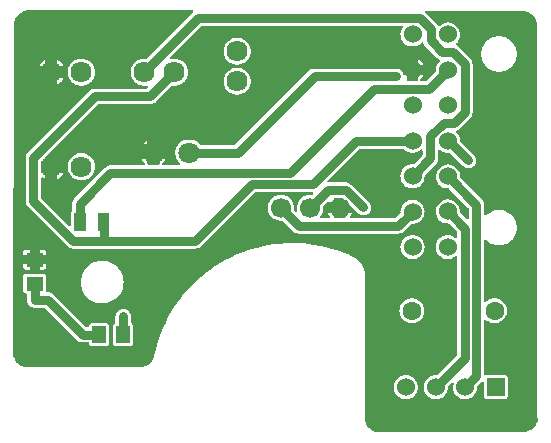
<source format=gtl>
G04 Layer: TopLayer*
G04 EasyEDA v6.4.19.5, 2021-04-26T22:05:49--7:00*
G04 3865de02122e4a29b7e4d10c01c85813,debd25b7e7f645e7808fdd9718494454,10*
G04 Gerber Generator version 0.2*
G04 Scale: 100 percent, Rotated: No, Reflected: No *
G04 Dimensions in millimeters *
G04 leading zeros omitted , absolute positions ,4 integer and 5 decimal *
%FSLAX45Y45*%
%MOMM*%

%ADD11C,0.8000*%
%ADD12C,0.6100*%
%ADD13R,1.4699X1.1600*%
%ADD16C,1.7000*%
%ADD17C,1.6000*%
%ADD18C,1.5240*%
%ADD20C,1.7880*%
%ADD21C,1.8000*%

%LPD*%
G36*
X6214973Y6368694D02*
G01*
X6211112Y6369507D01*
X6207810Y6371691D01*
X5975146Y6604355D01*
X5972962Y6607657D01*
X5972149Y6611518D01*
X5972149Y6771030D01*
X5972860Y6774789D01*
X5974943Y6777990D01*
X5977991Y6780225D01*
X5981700Y6781190D01*
X5985459Y6780682D01*
X5988812Y6778853D01*
X5990285Y6777634D01*
X6002477Y6769912D01*
X6006846Y6767830D01*
X6006846Y6819646D01*
X5982309Y6819646D01*
X5978448Y6820408D01*
X5975146Y6822643D01*
X5972962Y6825945D01*
X5972149Y6829806D01*
X5972149Y6911594D01*
X5972962Y6915454D01*
X5975146Y6918756D01*
X5978448Y6920992D01*
X5982309Y6921753D01*
X6006846Y6921753D01*
X6006846Y6948627D01*
X6007608Y6952538D01*
X6009843Y6955790D01*
X6452209Y7397953D01*
X6455460Y7400137D01*
X6459372Y7400950D01*
X6894677Y7400950D01*
X6905345Y7401763D01*
X6915353Y7404150D01*
X6924852Y7408113D01*
X6933641Y7413498D01*
X6941769Y7420457D01*
X7075322Y7553959D01*
X7077964Y7555890D01*
X7081113Y7556855D01*
X7099300Y7555788D01*
X7113727Y7556652D01*
X7127900Y7559395D01*
X7141667Y7563866D01*
X7154722Y7570012D01*
X7166914Y7577734D01*
X7178040Y7586929D01*
X7187946Y7597495D01*
X7196429Y7609179D01*
X7203389Y7621828D01*
X7208723Y7635240D01*
X7212279Y7649260D01*
X7214108Y7663586D01*
X7214108Y7678013D01*
X7212279Y7692339D01*
X7208723Y7706359D01*
X7203389Y7719771D01*
X7196429Y7732420D01*
X7187946Y7744104D01*
X7178040Y7754670D01*
X7166914Y7763865D01*
X7154722Y7771587D01*
X7141667Y7777734D01*
X7127900Y7782204D01*
X7113727Y7784947D01*
X7099300Y7785811D01*
X7084872Y7784947D01*
X7077049Y7783423D01*
X7072731Y7783525D01*
X7068921Y7785404D01*
X7066127Y7788656D01*
X7065009Y7792770D01*
X7065619Y7796987D01*
X7067956Y7800594D01*
X7328509Y8061147D01*
X7331811Y8063331D01*
X7335672Y8064144D01*
X9025229Y8064144D01*
X9029598Y8063128D01*
X9033103Y8060436D01*
X9035084Y8056473D01*
X9035237Y8052003D01*
X9033408Y8047939D01*
X9031071Y8044738D01*
X9024518Y8032800D01*
X9019641Y8020100D01*
X9016492Y8006892D01*
X9015120Y7993329D01*
X9015577Y7979765D01*
X9017863Y7966354D01*
X9021876Y7953349D01*
X9027617Y7941005D01*
X9034932Y7929524D01*
X9043720Y7919161D01*
X9053779Y7910017D01*
X9065006Y7902295D01*
X9077147Y7896199D01*
X9089999Y7891729D01*
X9103309Y7889036D01*
X9116923Y7888122D01*
X9130487Y7889036D01*
X9143796Y7891729D01*
X9156649Y7896199D01*
X9168790Y7902295D01*
X9180017Y7910017D01*
X9190075Y7919161D01*
X9191142Y7920329D01*
X9194393Y7922920D01*
X9198356Y7923936D01*
X9202470Y7923326D01*
X9205925Y7921091D01*
X9208262Y7917688D01*
X9211767Y7909255D01*
X9217152Y7900466D01*
X9224111Y7892338D01*
X9322612Y7793837D01*
X9330740Y7786878D01*
X9339529Y7781493D01*
X9343288Y7779918D01*
X9346539Y7777734D01*
X9348724Y7774482D01*
X9349536Y7770672D01*
X9348825Y7766761D01*
X9346692Y7763509D01*
X9339122Y7755686D01*
X9331045Y7744714D01*
X9324543Y7732775D01*
X9319615Y7720126D01*
X9316466Y7706868D01*
X9315145Y7693355D01*
X9315399Y7685836D01*
X9314688Y7681772D01*
X9312402Y7678318D01*
X9229750Y7595666D01*
X9226448Y7593482D01*
X9222587Y7592669D01*
X9187230Y7592669D01*
X9183268Y7593482D01*
X9179915Y7595768D01*
X9177731Y7599222D01*
X9177070Y7603185D01*
X9178036Y7607147D01*
X9180423Y7610398D01*
X9190075Y7619136D01*
X9198864Y7629550D01*
X9206179Y7640980D01*
X9208262Y7645501D01*
X9161373Y7645501D01*
X9161373Y7602829D01*
X9160560Y7598968D01*
X9158376Y7595666D01*
X9155074Y7593482D01*
X9151213Y7592669D01*
X9082633Y7592669D01*
X9078722Y7593482D01*
X9075420Y7595666D01*
X9073235Y7598968D01*
X9072473Y7602829D01*
X9072473Y7645501D01*
X9049004Y7645501D01*
X9044635Y7646466D01*
X9041079Y7649260D01*
X9039098Y7653274D01*
X9037015Y7662113D01*
X9033052Y7671612D01*
X9027668Y7680401D01*
X9020962Y7688224D01*
X9013139Y7694930D01*
X9004350Y7700314D01*
X8994851Y7704277D01*
X8984843Y7706664D01*
X8974175Y7707477D01*
X8290712Y7707477D01*
X8280044Y7706664D01*
X8270036Y7704277D01*
X8260537Y7700314D01*
X8251748Y7694930D01*
X8243620Y7687970D01*
X7612532Y7056932D01*
X7609230Y7054748D01*
X7605369Y7053935D01*
X7324039Y7053935D01*
X7319721Y7054900D01*
X7316216Y7057644D01*
X7308189Y7067346D01*
X7297623Y7077303D01*
X7285837Y7085838D01*
X7273137Y7092848D01*
X7259624Y7098182D01*
X7245553Y7101789D01*
X7231176Y7103618D01*
X7216648Y7103618D01*
X7202220Y7101789D01*
X7188149Y7098182D01*
X7174687Y7092848D01*
X7161936Y7085838D01*
X7150201Y7077303D01*
X7139584Y7067346D01*
X7130338Y7056170D01*
X7122566Y7043928D01*
X7116368Y7030770D01*
X7111898Y7016953D01*
X7109155Y7002678D01*
X7108240Y6988200D01*
X7109155Y6973722D01*
X7111898Y6959447D01*
X7116368Y6945630D01*
X7122566Y6932472D01*
X7130338Y6920230D01*
X7139584Y6909053D01*
X7148880Y6900316D01*
X7151217Y6897065D01*
X7152081Y6893153D01*
X7151370Y6889191D01*
X7149185Y6885787D01*
X7145883Y6883552D01*
X7141921Y6882739D01*
X7005878Y6882739D01*
X7001916Y6883552D01*
X6998614Y6885787D01*
X6996430Y6889191D01*
X6995718Y6893153D01*
X6996582Y6897065D01*
X6998919Y6900316D01*
X7008215Y6909053D01*
X7017461Y6920230D01*
X7025233Y6932472D01*
X7027265Y6936841D01*
X6975246Y6936841D01*
X6975246Y6892899D01*
X6974484Y6889038D01*
X6972249Y6885736D01*
X6968998Y6883552D01*
X6965086Y6882739D01*
X6882688Y6882739D01*
X6878828Y6883552D01*
X6875525Y6885736D01*
X6873341Y6889038D01*
X6872528Y6892899D01*
X6872528Y6936841D01*
X6820509Y6936841D01*
X6822592Y6932472D01*
X6830364Y6920230D01*
X6839610Y6909053D01*
X6848906Y6900316D01*
X6851192Y6897065D01*
X6852107Y6893153D01*
X6851396Y6889191D01*
X6849211Y6885787D01*
X6845858Y6883552D01*
X6841947Y6882739D01*
X6559956Y6882739D01*
X6549288Y6881926D01*
X6539280Y6879539D01*
X6529781Y6875576D01*
X6520992Y6870192D01*
X6512864Y6863232D01*
X6254597Y6604965D01*
X6247638Y6596837D01*
X6242253Y6588048D01*
X6238290Y6578549D01*
X6235903Y6568541D01*
X6235090Y6557873D01*
X6235090Y6502755D01*
X6234277Y6498844D01*
X6232093Y6495542D01*
X6230772Y6494272D01*
X6227724Y6489395D01*
X6225844Y6484010D01*
X6225133Y6477711D01*
X6225133Y6378854D01*
X6224371Y6374993D01*
X6222187Y6371691D01*
X6218885Y6369507D01*
G37*

%LPC*%
G36*
X6311900Y6755688D02*
G01*
X6326327Y6756552D01*
X6340500Y6759295D01*
X6354267Y6763766D01*
X6367322Y6769912D01*
X6379514Y6777634D01*
X6390640Y6786829D01*
X6400546Y6797395D01*
X6409029Y6809079D01*
X6415989Y6821728D01*
X6421323Y6835140D01*
X6424879Y6849160D01*
X6426708Y6863486D01*
X6426708Y6877913D01*
X6424879Y6892239D01*
X6421323Y6906259D01*
X6415989Y6919671D01*
X6409029Y6932320D01*
X6400546Y6944004D01*
X6390640Y6954570D01*
X6379514Y6963765D01*
X6367322Y6971487D01*
X6354267Y6977634D01*
X6340500Y6982104D01*
X6326327Y6984847D01*
X6311900Y6985711D01*
X6297472Y6984847D01*
X6283299Y6982104D01*
X6269532Y6977634D01*
X6256477Y6971487D01*
X6244285Y6963765D01*
X6233160Y6954570D01*
X6223254Y6944004D01*
X6214770Y6932320D01*
X6207810Y6919671D01*
X6202476Y6906259D01*
X6198920Y6892239D01*
X6197092Y6877913D01*
X6197092Y6863486D01*
X6198920Y6849160D01*
X6202476Y6835140D01*
X6207810Y6821728D01*
X6214770Y6809079D01*
X6223254Y6797395D01*
X6233160Y6786829D01*
X6244285Y6777634D01*
X6256477Y6769912D01*
X6269532Y6763766D01*
X6283299Y6759295D01*
X6297472Y6756552D01*
G37*
G36*
X6108954Y6767830D02*
G01*
X6113322Y6769912D01*
X6125514Y6777634D01*
X6136640Y6786829D01*
X6146546Y6797395D01*
X6155029Y6809079D01*
X6160871Y6819646D01*
X6108954Y6819646D01*
G37*
G36*
X6108954Y6921753D02*
G01*
X6160871Y6921753D01*
X6155029Y6932320D01*
X6146546Y6944004D01*
X6136640Y6954570D01*
X6125514Y6963765D01*
X6113322Y6971487D01*
X6108954Y6973570D01*
G37*
G36*
X6975246Y7039559D02*
G01*
X7027265Y7039559D01*
X7025233Y7043928D01*
X7017461Y7056170D01*
X7008215Y7067346D01*
X6997598Y7077303D01*
X6985863Y7085838D01*
X6975246Y7091680D01*
G37*
G36*
X6820509Y7039559D02*
G01*
X6872528Y7039559D01*
X6872528Y7091680D01*
X6861962Y7085838D01*
X6850176Y7077303D01*
X6839610Y7067346D01*
X6830364Y7056170D01*
X6822592Y7043928D01*
G37*
G36*
X7625486Y7479792D02*
G01*
X7639913Y7479792D01*
X7654239Y7481620D01*
X7668259Y7485176D01*
X7681671Y7490510D01*
X7694320Y7497470D01*
X7706004Y7505953D01*
X7716570Y7515859D01*
X7725765Y7526985D01*
X7733487Y7539177D01*
X7739634Y7552232D01*
X7744104Y7565999D01*
X7746847Y7580172D01*
X7747711Y7594600D01*
X7746847Y7609027D01*
X7744104Y7623200D01*
X7739634Y7636967D01*
X7733487Y7650022D01*
X7725765Y7662214D01*
X7716570Y7673340D01*
X7706004Y7683246D01*
X7694320Y7691729D01*
X7681671Y7698689D01*
X7668259Y7704023D01*
X7654239Y7707579D01*
X7639913Y7709408D01*
X7625486Y7709408D01*
X7611160Y7707579D01*
X7597140Y7704023D01*
X7583728Y7698689D01*
X7571079Y7691729D01*
X7559395Y7683246D01*
X7548829Y7673340D01*
X7539634Y7662214D01*
X7531912Y7650022D01*
X7525766Y7636967D01*
X7521295Y7623200D01*
X7518552Y7609027D01*
X7517688Y7594600D01*
X7518552Y7580172D01*
X7521295Y7565999D01*
X7525766Y7552232D01*
X7531912Y7539177D01*
X7539634Y7526985D01*
X7548829Y7515859D01*
X7559395Y7505953D01*
X7571079Y7497470D01*
X7583728Y7490510D01*
X7597140Y7485176D01*
X7611160Y7481620D01*
G37*
G36*
X7625486Y7733792D02*
G01*
X7639913Y7733792D01*
X7654239Y7735620D01*
X7668259Y7739176D01*
X7681671Y7744510D01*
X7694320Y7751470D01*
X7706004Y7759953D01*
X7716570Y7769859D01*
X7725765Y7780985D01*
X7733487Y7793177D01*
X7739634Y7806232D01*
X7744104Y7819999D01*
X7746847Y7834172D01*
X7747711Y7848600D01*
X7746847Y7863027D01*
X7744104Y7877200D01*
X7739634Y7890967D01*
X7733487Y7904022D01*
X7725765Y7916214D01*
X7716570Y7927340D01*
X7706004Y7937246D01*
X7694320Y7945729D01*
X7681671Y7952689D01*
X7668259Y7958023D01*
X7654239Y7961579D01*
X7639913Y7963408D01*
X7625486Y7963408D01*
X7611160Y7961579D01*
X7597140Y7958023D01*
X7583728Y7952689D01*
X7571079Y7945729D01*
X7559395Y7937246D01*
X7548829Y7927340D01*
X7539634Y7916214D01*
X7531912Y7904022D01*
X7525766Y7890967D01*
X7521295Y7877200D01*
X7518552Y7863027D01*
X7517688Y7848600D01*
X7518552Y7834172D01*
X7521295Y7819999D01*
X7525766Y7806232D01*
X7531912Y7793177D01*
X7539634Y7780985D01*
X7548829Y7769859D01*
X7559395Y7759953D01*
X7571079Y7751470D01*
X7583728Y7744510D01*
X7597140Y7739176D01*
X7611160Y7735620D01*
G37*
G36*
X9161373Y7734401D02*
G01*
X9208414Y7734401D01*
X9202724Y7744714D01*
X9194647Y7755686D01*
X9185198Y7765440D01*
X9174530Y7773873D01*
X9162846Y7780832D01*
X9161373Y7781442D01*
G37*
G36*
X9025382Y7734401D02*
G01*
X9072473Y7734401D01*
X9072473Y7781442D01*
X9070949Y7780832D01*
X9059265Y7773873D01*
X9048597Y7765440D01*
X9039148Y7755686D01*
X9031071Y7744714D01*
G37*

%LPD*%
G36*
X8840165Y4620310D02*
G01*
X8824772Y4621225D01*
X8811006Y4623612D01*
X8797645Y4627524D01*
X8784793Y4632909D01*
X8772652Y4639716D01*
X8761323Y4647844D01*
X8750960Y4657191D01*
X8741714Y4667605D01*
X8733688Y4678984D01*
X8727033Y4691227D01*
X8721750Y4704130D01*
X8717940Y4717542D01*
X8715654Y4731308D01*
X8714892Y4745634D01*
X8714892Y5948273D01*
X8713927Y5966663D01*
X8710777Y5986119D01*
X8710015Y5989370D01*
X8705494Y6005118D01*
X8704376Y6008268D01*
X8698077Y6023457D01*
X8696604Y6026454D01*
X8688679Y6040780D01*
X8686901Y6043625D01*
X8677351Y6056985D01*
X8675268Y6059576D01*
X8664295Y6071819D01*
X8661958Y6074156D01*
X8649716Y6085078D01*
X8647074Y6087160D01*
X8633663Y6096609D01*
X8630869Y6098387D01*
X8614359Y6107328D01*
X8569655Y6127546D01*
X8524036Y6145987D01*
X8477707Y6162497D01*
X8430768Y6177076D01*
X8383270Y6189726D01*
X8335264Y6200394D01*
X8286851Y6209080D01*
X8238134Y6215735D01*
X8189214Y6220409D01*
X8140090Y6223101D01*
X8090916Y6223711D01*
X8041792Y6222339D01*
X7992719Y6218936D01*
X7943850Y6213500D01*
X7895234Y6206032D01*
X7846974Y6196584D01*
X7799171Y6185204D01*
X7751876Y6171793D01*
X7705140Y6156502D01*
X7659065Y6139281D01*
X7613751Y6120180D01*
X7569301Y6099200D01*
X7525715Y6076442D01*
X7483094Y6051905D01*
X7441539Y6025642D01*
X7401102Y5997651D01*
X7361834Y5968034D01*
X7323836Y5936843D01*
X7287158Y5904077D01*
X7251852Y5869889D01*
X7217968Y5834227D01*
X7185609Y5797194D01*
X7154824Y5758891D01*
X7125563Y5719368D01*
X7098030Y5678627D01*
X7072172Y5636818D01*
X7048042Y5593943D01*
X7025741Y5550154D01*
X7005218Y5505450D01*
X6986574Y5459984D01*
X6969810Y5413756D01*
X6954977Y5366867D01*
X6942074Y5319420D01*
X6931406Y5272836D01*
X6927342Y5257850D01*
X6922109Y5244744D01*
X6915403Y5232298D01*
X6907326Y5220665D01*
X6897979Y5210048D01*
X6887514Y5200548D01*
X6875983Y5192318D01*
X6863638Y5185410D01*
X6850583Y5180025D01*
X6836968Y5176113D01*
X6823049Y5173726D01*
X6808520Y5172913D01*
X5860694Y5172913D01*
X5845200Y5173878D01*
X5831484Y5176266D01*
X5818124Y5180177D01*
X5805271Y5185562D01*
X5793079Y5192369D01*
X5781751Y5200497D01*
X5771438Y5209794D01*
X5762193Y5220258D01*
X5754166Y5231638D01*
X5747461Y5243880D01*
X5742228Y5256784D01*
X5738418Y5270195D01*
X5736132Y5283911D01*
X5735370Y5298236D01*
X5740654Y8060232D01*
X5741822Y8068462D01*
X5742787Y8083803D01*
X5745175Y8097520D01*
X5749086Y8110931D01*
X5754471Y8123783D01*
X5761278Y8135924D01*
X5769406Y8147253D01*
X5778703Y8157616D01*
X5789168Y8166862D01*
X5800547Y8174837D01*
X5812790Y8181543D01*
X5825693Y8186826D01*
X5839104Y8190636D01*
X5852871Y8192871D01*
X5867349Y8193684D01*
X5875782Y8194852D01*
X7250938Y8193735D01*
X7254900Y8192922D01*
X7258253Y8190585D01*
X7260437Y8187131D01*
X7261047Y8183118D01*
X7260081Y8179155D01*
X7257592Y8175904D01*
X6869277Y7787640D01*
X6866636Y7785709D01*
X6863486Y7784744D01*
X6845300Y7785811D01*
X6830872Y7784947D01*
X6816699Y7782204D01*
X6802932Y7777734D01*
X6789877Y7771587D01*
X6777685Y7763865D01*
X6766559Y7754670D01*
X6756653Y7744104D01*
X6748170Y7732420D01*
X6741210Y7719771D01*
X6735876Y7706359D01*
X6732320Y7692339D01*
X6730492Y7678013D01*
X6730492Y7663586D01*
X6732320Y7649260D01*
X6735876Y7635240D01*
X6741210Y7621828D01*
X6748170Y7609179D01*
X6756653Y7597495D01*
X6766559Y7586929D01*
X6777685Y7577734D01*
X6789877Y7570012D01*
X6802932Y7563866D01*
X6816699Y7559395D01*
X6830872Y7556652D01*
X6845300Y7555788D01*
X6859727Y7556652D01*
X6867550Y7558176D01*
X6871868Y7558074D01*
X6875678Y7556195D01*
X6878472Y7552944D01*
X6879590Y7548829D01*
X6878980Y7544612D01*
X6876643Y7541006D01*
X6870852Y7535214D01*
X6867550Y7533030D01*
X6863689Y7532217D01*
X6428384Y7532217D01*
X6417716Y7531404D01*
X6407708Y7529017D01*
X6398209Y7525054D01*
X6389420Y7519670D01*
X6381292Y7512761D01*
X5860389Y6992112D01*
X5853430Y6983984D01*
X5848045Y6975195D01*
X5844133Y6965645D01*
X5841695Y6955637D01*
X5840882Y6944969D01*
X5840882Y6580530D01*
X5841695Y6569862D01*
X5844082Y6559854D01*
X5848045Y6550355D01*
X5853430Y6541566D01*
X5860389Y6533438D01*
X6196888Y6196939D01*
X6205016Y6189980D01*
X6213805Y6184595D01*
X6223304Y6180632D01*
X6233312Y6178245D01*
X6243980Y6177432D01*
X7278725Y6177432D01*
X7289393Y6178245D01*
X7299401Y6180632D01*
X7308900Y6184595D01*
X7317689Y6189980D01*
X7325817Y6196939D01*
X7780883Y6652209D01*
X7784185Y6654393D01*
X7788046Y6655206D01*
X8265261Y6655206D01*
X8269173Y6654393D01*
X8272424Y6652209D01*
X8274659Y6648907D01*
X8275421Y6645046D01*
X8274659Y6641134D01*
X8272424Y6637832D01*
X8271154Y6636562D01*
X8267547Y6634225D01*
X8263331Y6633565D01*
X8251190Y6634378D01*
X8237067Y6633464D01*
X8223148Y6630771D01*
X8209686Y6626301D01*
X8196884Y6620154D01*
X8184997Y6612381D01*
X8174228Y6603187D01*
X8164677Y6592722D01*
X8156600Y6581089D01*
X8150047Y6568541D01*
X8145119Y6555231D01*
X8141970Y6541414D01*
X8140598Y6527292D01*
X8141055Y6513118D01*
X8143036Y6500774D01*
X8142833Y6496558D01*
X8140953Y6492798D01*
X8137652Y6490157D01*
X8133588Y6489039D01*
X8129371Y6489700D01*
X8125866Y6491986D01*
X8114131Y6503720D01*
X8112252Y6506311D01*
X8111286Y6509308D01*
X8111845Y6527292D01*
X8110474Y6541414D01*
X8107324Y6555231D01*
X8102396Y6568541D01*
X8095843Y6581089D01*
X8087766Y6592722D01*
X8078216Y6603187D01*
X8067446Y6612381D01*
X8055559Y6620154D01*
X8042757Y6626301D01*
X8029295Y6630771D01*
X8015376Y6633464D01*
X8001253Y6634378D01*
X7987131Y6633464D01*
X7973212Y6630771D01*
X7959750Y6626301D01*
X7946948Y6620154D01*
X7935061Y6612381D01*
X7924292Y6603187D01*
X7914741Y6592722D01*
X7906664Y6581089D01*
X7900111Y6568541D01*
X7895183Y6555231D01*
X7892034Y6541414D01*
X7890662Y6527292D01*
X7891119Y6513118D01*
X7893405Y6499098D01*
X7897418Y6485534D01*
X7903159Y6472580D01*
X7910525Y6460439D01*
X7919364Y6449364D01*
X7929524Y6439509D01*
X7940903Y6431026D01*
X7953248Y6424066D01*
X7966405Y6418732D01*
X7980121Y6415125D01*
X7994142Y6413347D01*
X8008366Y6413347D01*
X8012684Y6413906D01*
X8015731Y6413804D01*
X8018678Y6412839D01*
X8021167Y6411010D01*
X8108238Y6323939D01*
X8116366Y6316980D01*
X8125155Y6311595D01*
X8134654Y6307632D01*
X8144662Y6305245D01*
X8155330Y6304432D01*
X8996781Y6304432D01*
X9007449Y6305245D01*
X9017457Y6307632D01*
X9026956Y6311595D01*
X9035745Y6316980D01*
X9043873Y6323939D01*
X9105239Y6385407D01*
X9108846Y6387744D01*
X9113113Y6388354D01*
X9116923Y6388100D01*
X9130487Y6389014D01*
X9143796Y6391706D01*
X9156649Y6396177D01*
X9168790Y6402324D01*
X9180017Y6409994D01*
X9190075Y6419138D01*
X9198864Y6429552D01*
X9206179Y6440982D01*
X9211919Y6453327D01*
X9215932Y6466332D01*
X9218218Y6479743D01*
X9218676Y6493357D01*
X9217304Y6506870D01*
X9214154Y6520078D01*
X9209278Y6532778D01*
X9202724Y6544716D01*
X9194647Y6555689D01*
X9185198Y6565442D01*
X9174530Y6573875D01*
X9162846Y6580835D01*
X9150299Y6586118D01*
X9137192Y6589725D01*
X9123680Y6591553D01*
X9110116Y6591553D01*
X9096603Y6589725D01*
X9083497Y6586118D01*
X9070949Y6580835D01*
X9059265Y6573875D01*
X9048597Y6565442D01*
X9039148Y6555689D01*
X9031071Y6544716D01*
X9024518Y6532778D01*
X9019641Y6520078D01*
X9016492Y6506870D01*
X9015120Y6493357D01*
X9015374Y6485788D01*
X9014663Y6481724D01*
X9012428Y6478270D01*
X8972905Y6438696D01*
X8969654Y6436512D01*
X8965742Y6435699D01*
X8593480Y6435699D01*
X8589772Y6436410D01*
X8586571Y6438442D01*
X8584336Y6441490D01*
X8583371Y6445097D01*
X8583777Y6448856D01*
X8585555Y6452209D01*
X8592108Y6460439D01*
X8599474Y6472580D01*
X8600490Y6474866D01*
X8550249Y6474866D01*
X8550249Y6445859D01*
X8549436Y6441998D01*
X8547252Y6438696D01*
X8543950Y6436512D01*
X8540089Y6435699D01*
X8462670Y6435699D01*
X8458809Y6436512D01*
X8455507Y6438696D01*
X8453323Y6441998D01*
X8452510Y6445859D01*
X8452510Y6474866D01*
X8402269Y6474866D01*
X8403285Y6472580D01*
X8410651Y6460439D01*
X8417204Y6452209D01*
X8418982Y6448856D01*
X8419388Y6445097D01*
X8418423Y6441490D01*
X8416188Y6438442D01*
X8412988Y6436410D01*
X8409279Y6435699D01*
X8343290Y6435699D01*
X8339581Y6436410D01*
X8336381Y6438442D01*
X8334146Y6441490D01*
X8333181Y6445097D01*
X8333587Y6448856D01*
X8335365Y6452209D01*
X8341918Y6460439D01*
X8349284Y6472580D01*
X8355025Y6485534D01*
X8359038Y6499098D01*
X8361324Y6513118D01*
X8361781Y6527292D01*
X8360968Y6535420D01*
X8361527Y6539839D01*
X8363915Y6543598D01*
X8389924Y6569608D01*
X8393226Y6571792D01*
X8397087Y6572605D01*
X8452510Y6572605D01*
X8452510Y6596786D01*
X8453323Y6600647D01*
X8455507Y6603949D01*
X8458809Y6606133D01*
X8462670Y6606946D01*
X8521547Y6606946D01*
X8525408Y6606133D01*
X8528710Y6603949D01*
X8547252Y6585407D01*
X8549436Y6582105D01*
X8550249Y6578244D01*
X8550249Y6572605D01*
X8555888Y6572605D01*
X8559749Y6571792D01*
X8563051Y6569608D01*
X8653576Y6479133D01*
X8661704Y6472174D01*
X8670493Y6466789D01*
X8679992Y6462826D01*
X8690000Y6460439D01*
X8700262Y6459626D01*
X8710523Y6460439D01*
X8720531Y6462826D01*
X8730030Y6466789D01*
X8738819Y6472174D01*
X8746642Y6478879D01*
X8753348Y6486702D01*
X8758732Y6495491D01*
X8762695Y6504990D01*
X8765082Y6514998D01*
X8765895Y6525259D01*
X8765082Y6535521D01*
X8762695Y6545529D01*
X8758732Y6555028D01*
X8753348Y6563817D01*
X8746388Y6571945D01*
X8599627Y6718706D01*
X8591499Y6725666D01*
X8582710Y6731050D01*
X8573211Y6735013D01*
X8563203Y6737400D01*
X8552535Y6738213D01*
X8406841Y6738213D01*
X8402980Y6739026D01*
X8399678Y6741210D01*
X8397443Y6744512D01*
X8396681Y6748373D01*
X8397443Y6752285D01*
X8399678Y6755587D01*
X8665565Y7021271D01*
X8668816Y7023455D01*
X8672728Y7024268D01*
X9034678Y7024268D01*
X9038945Y7023303D01*
X9042450Y7020661D01*
X9043720Y7019137D01*
X9053779Y7009993D01*
X9065006Y7002322D01*
X9077147Y6996175D01*
X9089999Y6991705D01*
X9103309Y6989013D01*
X9116923Y6988098D01*
X9130487Y6989013D01*
X9143796Y6991705D01*
X9156649Y6996175D01*
X9168790Y7002322D01*
X9180017Y7009993D01*
X9184792Y7014362D01*
X9188145Y7016343D01*
X9191955Y7017003D01*
X9195765Y7016089D01*
X9198914Y7013905D01*
X9201048Y7010653D01*
X9201810Y7006844D01*
X9201810Y6971741D01*
X9200997Y6967829D01*
X9198813Y6964527D01*
X9128658Y6894525D01*
X9125356Y6892290D01*
X9121495Y6891528D01*
X9110116Y6891528D01*
X9096603Y6889750D01*
X9083497Y6886143D01*
X9070949Y6880809D01*
X9059265Y6873900D01*
X9048597Y6865467D01*
X9039148Y6855663D01*
X9031071Y6844741D01*
X9024518Y6832803D01*
X9019641Y6820103D01*
X9016492Y6806895D01*
X9015120Y6793331D01*
X9015577Y6779768D01*
X9017863Y6766306D01*
X9021876Y6753352D01*
X9027617Y6741007D01*
X9034932Y6729526D01*
X9043720Y6719163D01*
X9053779Y6710019D01*
X9065006Y6702298D01*
X9077147Y6696202D01*
X9089999Y6691731D01*
X9103309Y6688988D01*
X9116923Y6688124D01*
X9130487Y6688988D01*
X9143796Y6691731D01*
X9156649Y6696202D01*
X9168790Y6702298D01*
X9180017Y6710019D01*
X9190075Y6719163D01*
X9198864Y6729526D01*
X9206179Y6741007D01*
X9211919Y6753352D01*
X9215932Y6766306D01*
X9218218Y6779768D01*
X9218676Y6793534D01*
X9219184Y6797954D01*
X9221571Y6801764D01*
X9313570Y6893559D01*
X9320479Y6901688D01*
X9325864Y6910476D01*
X9329826Y6919975D01*
X9332264Y6929983D01*
X9333077Y6940651D01*
X9333077Y7005523D01*
X9333839Y7009333D01*
X9335973Y7012584D01*
X9339122Y7014819D01*
X9342932Y7015683D01*
X9346742Y7015073D01*
X9350095Y7013041D01*
X9354718Y7008825D01*
X9365945Y7001154D01*
X9378086Y6995007D01*
X9390938Y6990537D01*
X9404248Y6987844D01*
X9417812Y6986930D01*
X9429597Y6987743D01*
X9433864Y6987082D01*
X9437471Y6984746D01*
X9543338Y6878929D01*
X9551466Y6871970D01*
X9560255Y6866585D01*
X9569754Y6862622D01*
X9579762Y6860235D01*
X9590024Y6859422D01*
X9600285Y6860235D01*
X9610293Y6862622D01*
X9619792Y6866585D01*
X9628581Y6871970D01*
X9636404Y6878675D01*
X9643110Y6886498D01*
X9648494Y6895287D01*
X9652457Y6904786D01*
X9654844Y6914794D01*
X9655657Y6925056D01*
X9654844Y6935317D01*
X9652457Y6945325D01*
X9648494Y6954824D01*
X9643110Y6963613D01*
X9636150Y6971741D01*
X9522612Y7085330D01*
X9520580Y7088174D01*
X9519666Y7091527D01*
X9518243Y7105700D01*
X9515094Y7118959D01*
X9510217Y7131608D01*
X9503664Y7143546D01*
X9495586Y7154519D01*
X9488779Y7161530D01*
X9486646Y7164831D01*
X9485934Y7168692D01*
X9486696Y7172553D01*
X9488932Y7175804D01*
X9492183Y7177989D01*
X9498888Y7180783D01*
X9507677Y7186168D01*
X9515805Y7193127D01*
X9605416Y7282738D01*
X9612376Y7290866D01*
X9617760Y7299655D01*
X9621723Y7309154D01*
X9624110Y7319162D01*
X9624923Y7329830D01*
X9624923Y7741259D01*
X9624110Y7751825D01*
X9621723Y7761884D01*
X9617811Y7771384D01*
X9612426Y7780172D01*
X9605467Y7788300D01*
X9508032Y7886039D01*
X9499904Y7892999D01*
X9491116Y7898384D01*
X9489490Y7899044D01*
X9486138Y7901330D01*
X9483953Y7904734D01*
X9483242Y7908747D01*
X9484207Y7912709D01*
X9486595Y7915960D01*
X9490100Y7919161D01*
X9498888Y7929524D01*
X9506204Y7941005D01*
X9511944Y7953349D01*
X9515957Y7966354D01*
X9518243Y7979765D01*
X9518650Y7993329D01*
X9517329Y8006892D01*
X9514179Y8020100D01*
X9509252Y8032800D01*
X9502749Y8044738D01*
X9494672Y8055660D01*
X9485223Y8065465D01*
X9474555Y8073898D01*
X9462820Y8080806D01*
X9450324Y8086140D01*
X9437166Y8089747D01*
X9423704Y8091525D01*
X9410090Y8091525D01*
X9396628Y8089747D01*
X9383522Y8086140D01*
X9370974Y8080806D01*
X9359290Y8073898D01*
X9348571Y8065465D01*
X9345930Y8062671D01*
X9342628Y8060436D01*
X9338716Y8059572D01*
X9334804Y8060334D01*
X9331452Y8062569D01*
X9323374Y8075828D01*
X9316466Y8083956D01*
X9225838Y8174837D01*
X9223654Y8178139D01*
X9222892Y8182000D01*
X9223654Y8185912D01*
X9225838Y8189163D01*
X9229140Y8191398D01*
X9233052Y8192160D01*
X10030256Y8191500D01*
X10035032Y8190382D01*
X10041382Y8189518D01*
X10057079Y8189214D01*
X10071252Y8187283D01*
X10085120Y8183778D01*
X10098532Y8178647D01*
X10111232Y8172043D01*
X10123068Y8164017D01*
X10133888Y8154670D01*
X10143591Y8144103D01*
X10152024Y8132572D01*
X10159085Y8120075D01*
X10164622Y8106867D01*
X10168636Y8093151D01*
X10171023Y8079028D01*
X10172446Y8051038D01*
X10172446Y4763109D01*
X10173258Y4756505D01*
X10174935Y4751425D01*
X10177170Y4746599D01*
X10177881Y4744262D01*
X10178034Y4741824D01*
X10177576Y4734712D01*
X10175189Y4720996D01*
X10171277Y4707585D01*
X10165892Y4694732D01*
X10159085Y4682591D01*
X10150957Y4671263D01*
X10141610Y4660900D01*
X10131196Y4651654D01*
X10119766Y4643678D01*
X10107574Y4636973D01*
X10094671Y4631690D01*
X10081260Y4627880D01*
X10067493Y4625644D01*
X10053218Y4624832D01*
X10048494Y4624120D01*
X10043363Y4623003D01*
G37*

%LPC*%
G36*
X9056014Y4902047D02*
G01*
X9069628Y4902504D01*
X9083040Y4904740D01*
X9095994Y4908753D01*
X9108338Y4914493D01*
X9119819Y4921808D01*
X9130233Y4930597D01*
X9139326Y4940706D01*
X9147048Y4951882D01*
X9153144Y4964023D01*
X9157614Y4976876D01*
X9160357Y4990236D01*
X9161272Y5003800D01*
X9160357Y5017363D01*
X9157614Y5030724D01*
X9153144Y5043576D01*
X9147048Y5055717D01*
X9139326Y5066893D01*
X9130233Y5077002D01*
X9119819Y5085791D01*
X9108338Y5093106D01*
X9095994Y5098846D01*
X9083040Y5102860D01*
X9069628Y5105095D01*
X9056014Y5105552D01*
X9042501Y5104231D01*
X9029242Y5101082D01*
X9016542Y5096154D01*
X9004604Y5089652D01*
X8993682Y5081574D01*
X8983878Y5072126D01*
X8975445Y5061407D01*
X8968536Y5049723D01*
X8963202Y5037226D01*
X8959646Y5024069D01*
X8957818Y5010607D01*
X8957818Y4996992D01*
X8959646Y4983530D01*
X8963202Y4970373D01*
X8968536Y4957876D01*
X8975445Y4946192D01*
X8983878Y4935474D01*
X8993682Y4926025D01*
X9004604Y4917948D01*
X9016542Y4911445D01*
X9029242Y4906518D01*
X9042501Y4903368D01*
G37*
G36*
X9311030Y4902047D02*
G01*
X9324644Y4902504D01*
X9338056Y4904740D01*
X9351010Y4908753D01*
X9363354Y4914493D01*
X9374835Y4921808D01*
X9385249Y4930597D01*
X9394342Y4940706D01*
X9402064Y4951882D01*
X9408160Y4964023D01*
X9412630Y4976876D01*
X9415373Y4990236D01*
X9416288Y5003800D01*
X9416034Y5007610D01*
X9416643Y5011877D01*
X9418980Y5015484D01*
X9447225Y5043728D01*
X9450933Y5046116D01*
X9455302Y5046675D01*
X9459518Y5045354D01*
X9462770Y5042357D01*
X9464446Y5038293D01*
X9464192Y5033873D01*
X9461550Y5024069D01*
X9459722Y5010607D01*
X9459722Y4996992D01*
X9461550Y4983530D01*
X9465106Y4970373D01*
X9470440Y4957876D01*
X9477349Y4946192D01*
X9485782Y4935474D01*
X9495586Y4926025D01*
X9506508Y4917948D01*
X9518446Y4911445D01*
X9531146Y4906518D01*
X9544405Y4903368D01*
X9557918Y4902047D01*
X9571532Y4902504D01*
X9584944Y4904740D01*
X9597898Y4908753D01*
X9610242Y4914493D01*
X9621723Y4921808D01*
X9632137Y4930597D01*
X9641230Y4940706D01*
X9648952Y4951882D01*
X9655048Y4964023D01*
X9659518Y4976876D01*
X9662261Y4990236D01*
X9663176Y5003800D01*
X9662922Y5007610D01*
X9663531Y5011877D01*
X9665868Y5015484D01*
X9702241Y5051856D01*
X9705492Y5054041D01*
X9709404Y5054803D01*
X9713315Y5054041D01*
X9716566Y5051856D01*
X9718802Y5048554D01*
X9719564Y5044643D01*
X9719564Y4928971D01*
X9720275Y4922723D01*
X9722154Y4917287D01*
X9725202Y4912461D01*
X9729266Y4908397D01*
X9734092Y4905349D01*
X9739528Y4903470D01*
X9745776Y4902758D01*
X9897059Y4902758D01*
X9903307Y4903470D01*
X9908743Y4905349D01*
X9913569Y4908397D01*
X9917633Y4912461D01*
X9920681Y4917287D01*
X9922560Y4922723D01*
X9923272Y4928971D01*
X9923272Y5080254D01*
X9922560Y5086502D01*
X9920681Y5091938D01*
X9917633Y5096764D01*
X9913569Y5100828D01*
X9908743Y5103876D01*
X9903307Y5105755D01*
X9897059Y5106466D01*
X9745776Y5106466D01*
X9739528Y5105755D01*
X9736734Y5104790D01*
X9732924Y5104231D01*
X9729216Y5105146D01*
X9726066Y5107381D01*
X9723983Y5110581D01*
X9723221Y5114391D01*
X9723221Y5566308D01*
X9723983Y5570067D01*
X9726066Y5573318D01*
X9729216Y5575554D01*
X9732975Y5576468D01*
X9736785Y5575909D01*
X9740087Y5573928D01*
X9747199Y5567680D01*
X9758730Y5560009D01*
X9771126Y5553913D01*
X9784181Y5549442D01*
X9797745Y5546750D01*
X9811512Y5545886D01*
X9825329Y5546750D01*
X9838842Y5549442D01*
X9851948Y5553913D01*
X9864344Y5560009D01*
X9875824Y5567680D01*
X9886238Y5576824D01*
X9895332Y5587187D01*
X9903002Y5598668D01*
X9909098Y5611063D01*
X9913569Y5624169D01*
X9916261Y5637733D01*
X9917176Y5651500D01*
X9916261Y5665266D01*
X9913569Y5678830D01*
X9909098Y5691936D01*
X9903002Y5704332D01*
X9895332Y5715812D01*
X9886238Y5726176D01*
X9875824Y5735320D01*
X9864344Y5742990D01*
X9851948Y5749086D01*
X9838842Y5753557D01*
X9825329Y5756249D01*
X9811512Y5757113D01*
X9797745Y5756249D01*
X9784181Y5753557D01*
X9771126Y5749086D01*
X9758730Y5742990D01*
X9747199Y5735320D01*
X9740087Y5729071D01*
X9736785Y5727090D01*
X9732975Y5726531D01*
X9729216Y5727446D01*
X9726066Y5729681D01*
X9723983Y5732932D01*
X9723221Y5736691D01*
X9723221Y6243675D01*
X9724034Y6247638D01*
X9726371Y6250990D01*
X9729774Y6253175D01*
X9733788Y6253835D01*
X9737699Y6252870D01*
X9741001Y6250432D01*
X9742830Y6248400D01*
X9755428Y6237122D01*
X9769195Y6227368D01*
X9783978Y6219190D01*
X9799574Y6212738D01*
X9815830Y6208064D01*
X9832441Y6205220D01*
X9849358Y6204254D01*
X9866223Y6205220D01*
X9882835Y6208064D01*
X9899091Y6212738D01*
X9914686Y6219190D01*
X9929469Y6227368D01*
X9943236Y6237122D01*
X9955834Y6248400D01*
X9967112Y6260998D01*
X9976866Y6274765D01*
X9985044Y6289548D01*
X9991496Y6305143D01*
X9996170Y6321399D01*
X9999014Y6338011D01*
X9999980Y6354876D01*
X9999014Y6371793D01*
X9996170Y6388404D01*
X9991496Y6404660D01*
X9985044Y6420256D01*
X9976866Y6435039D01*
X9967112Y6448806D01*
X9955834Y6461404D01*
X9943236Y6472682D01*
X9929469Y6482435D01*
X9914686Y6490614D01*
X9899091Y6497066D01*
X9882835Y6501739D01*
X9866223Y6504584D01*
X9849358Y6505549D01*
X9832441Y6504584D01*
X9815830Y6501739D01*
X9799574Y6497066D01*
X9783978Y6490614D01*
X9769195Y6482435D01*
X9755428Y6472682D01*
X9742830Y6461404D01*
X9741001Y6459372D01*
X9737699Y6456934D01*
X9733788Y6455968D01*
X9729774Y6456629D01*
X9726371Y6458813D01*
X9724034Y6462166D01*
X9723221Y6466128D01*
X9723221Y6547459D01*
X9722408Y6558127D01*
X9720021Y6568135D01*
X9716058Y6577634D01*
X9710674Y6586423D01*
X9703714Y6594551D01*
X9522307Y6776008D01*
X9520072Y6779463D01*
X9519361Y6783527D01*
X9519615Y6790994D01*
X9518243Y6804507D01*
X9515094Y6817766D01*
X9510217Y6830466D01*
X9503664Y6842404D01*
X9495586Y6853326D01*
X9486138Y6863130D01*
X9475470Y6871563D01*
X9463735Y6878472D01*
X9451238Y6883806D01*
X9438081Y6887362D01*
X9424619Y6889191D01*
X9411004Y6889191D01*
X9397542Y6887362D01*
X9384436Y6883806D01*
X9371888Y6878472D01*
X9360204Y6871563D01*
X9349536Y6863130D01*
X9340037Y6853326D01*
X9332010Y6842404D01*
X9325457Y6830466D01*
X9320580Y6817766D01*
X9317431Y6804507D01*
X9316059Y6790994D01*
X9316516Y6777380D01*
X9318752Y6763969D01*
X9322816Y6751015D01*
X9328505Y6738670D01*
X9335820Y6727190D01*
X9344609Y6716775D01*
X9354718Y6707682D01*
X9365945Y6699961D01*
X9378086Y6693865D01*
X9390938Y6689394D01*
X9404248Y6686651D01*
X9417812Y6685737D01*
X9421672Y6686042D01*
X9425940Y6685381D01*
X9429546Y6683044D01*
X9588957Y6523634D01*
X9591141Y6520332D01*
X9591954Y6516471D01*
X9591954Y6432956D01*
X9591141Y6429044D01*
X9588957Y6425793D01*
X9585655Y6423558D01*
X9581794Y6422796D01*
X9577882Y6423558D01*
X9574580Y6425793D01*
X9520580Y6479794D01*
X9518294Y6483248D01*
X9517583Y6487312D01*
X9517837Y6494780D01*
X9516465Y6508343D01*
X9513316Y6521551D01*
X9508439Y6534251D01*
X9501886Y6546189D01*
X9493859Y6557162D01*
X9484360Y6566916D01*
X9473692Y6575348D01*
X9462008Y6582257D01*
X9449460Y6587591D01*
X9436354Y6591198D01*
X9422892Y6592976D01*
X9409277Y6592976D01*
X9395815Y6591198D01*
X9382658Y6587591D01*
X9370161Y6582257D01*
X9358426Y6575348D01*
X9347758Y6566916D01*
X9338310Y6557162D01*
X9330232Y6546189D01*
X9323679Y6534251D01*
X9318802Y6521551D01*
X9315653Y6508343D01*
X9314281Y6494780D01*
X9314738Y6481216D01*
X9317024Y6467805D01*
X9321038Y6454800D01*
X9326778Y6442456D01*
X9334093Y6430975D01*
X9342882Y6420612D01*
X9352940Y6411468D01*
X9364167Y6403797D01*
X9376308Y6397650D01*
X9389160Y6393180D01*
X9402521Y6390487D01*
X9416084Y6389573D01*
X9419945Y6389827D01*
X9424162Y6389217D01*
X9427768Y6386880D01*
X9492691Y6321958D01*
X9494875Y6318656D01*
X9495688Y6314795D01*
X9495688Y6276797D01*
X9494672Y6272377D01*
X9491878Y6268872D01*
X9487814Y6266891D01*
X9483293Y6266891D01*
X9479229Y6268821D01*
X9471812Y6274663D01*
X9460128Y6281572D01*
X9447580Y6286906D01*
X9434474Y6290462D01*
X9421012Y6292291D01*
X9407398Y6292291D01*
X9393936Y6290462D01*
X9380778Y6286906D01*
X9368282Y6281572D01*
X9356547Y6274663D01*
X9345879Y6266230D01*
X9336430Y6256426D01*
X9328353Y6245504D01*
X9321800Y6233566D01*
X9316923Y6220866D01*
X9313773Y6207607D01*
X9312402Y6194094D01*
X9312859Y6180480D01*
X9315145Y6167069D01*
X9319158Y6154115D01*
X9324898Y6141770D01*
X9332214Y6130290D01*
X9341002Y6119876D01*
X9351060Y6110782D01*
X9362287Y6103061D01*
X9374428Y6096965D01*
X9387281Y6092494D01*
X9400641Y6089751D01*
X9414205Y6088837D01*
X9427768Y6089751D01*
X9441078Y6092494D01*
X9453930Y6096965D01*
X9466072Y6103061D01*
X9477298Y6110782D01*
X9478670Y6112052D01*
X9482023Y6114034D01*
X9485833Y6114643D01*
X9489643Y6113780D01*
X9492792Y6111544D01*
X9494926Y6108293D01*
X9495688Y6104483D01*
X9495688Y5282082D01*
X9494875Y5278221D01*
X9492691Y5274919D01*
X9326067Y5108295D01*
X9322612Y5106009D01*
X9318548Y5105298D01*
X9311030Y5105552D01*
X9297517Y5104231D01*
X9284258Y5101082D01*
X9271558Y5096154D01*
X9259620Y5089652D01*
X9248698Y5081574D01*
X9238894Y5072126D01*
X9230461Y5061407D01*
X9223552Y5049723D01*
X9218218Y5037226D01*
X9214662Y5024069D01*
X9212834Y5010607D01*
X9212834Y4996992D01*
X9214662Y4983530D01*
X9218218Y4970373D01*
X9223552Y4957876D01*
X9230461Y4946192D01*
X9238894Y4935474D01*
X9248698Y4926025D01*
X9259620Y4917948D01*
X9271558Y4911445D01*
X9284258Y4906518D01*
X9297517Y4903368D01*
G37*
G36*
X6610096Y5349138D02*
G01*
X6724954Y5349138D01*
X6731203Y5349849D01*
X6736638Y5351729D01*
X6741464Y5354777D01*
X6745528Y5358841D01*
X6748576Y5363667D01*
X6750456Y5369102D01*
X6751167Y5375351D01*
X6751167Y5521198D01*
X6750456Y5527446D01*
X6748576Y5532882D01*
X6745528Y5537708D01*
X6741464Y5541772D01*
X6737908Y5544007D01*
X6735368Y5546293D01*
X6733743Y5549290D01*
X6733133Y5552643D01*
X6733133Y5601563D01*
X6732320Y5612231D01*
X6729933Y5622239D01*
X6725970Y5631738D01*
X6720586Y5640527D01*
X6713880Y5648350D01*
X6706057Y5655056D01*
X6697268Y5660440D01*
X6687769Y5664403D01*
X6677761Y5666790D01*
X6667500Y5667603D01*
X6657238Y5666790D01*
X6647230Y5664403D01*
X6637731Y5660440D01*
X6628942Y5655056D01*
X6621119Y5648350D01*
X6614414Y5640527D01*
X6609029Y5631738D01*
X6605066Y5622239D01*
X6602679Y5612231D01*
X6601866Y5601563D01*
X6601866Y5552592D01*
X6601256Y5549239D01*
X6599631Y5546242D01*
X6597091Y5544007D01*
X6593586Y5541772D01*
X6589522Y5537708D01*
X6586474Y5532882D01*
X6584594Y5527446D01*
X6583883Y5521198D01*
X6583883Y5375351D01*
X6584594Y5369102D01*
X6586474Y5363667D01*
X6589522Y5358841D01*
X6593586Y5354777D01*
X6598412Y5351729D01*
X6603847Y5349849D01*
G37*
G36*
X6406896Y5349138D02*
G01*
X6521754Y5349138D01*
X6528003Y5349849D01*
X6533438Y5351729D01*
X6538264Y5354777D01*
X6542328Y5358841D01*
X6545376Y5363667D01*
X6547256Y5369102D01*
X6547967Y5375351D01*
X6547967Y5521198D01*
X6547256Y5527446D01*
X6545376Y5532882D01*
X6542328Y5537708D01*
X6538264Y5541772D01*
X6533438Y5544820D01*
X6528003Y5546699D01*
X6521754Y5547410D01*
X6406896Y5547410D01*
X6400647Y5546699D01*
X6395212Y5544820D01*
X6390386Y5541772D01*
X6386322Y5537708D01*
X6383274Y5532882D01*
X6381394Y5527446D01*
X6380886Y5522976D01*
X6379819Y5519470D01*
X6377533Y5516524D01*
X6374384Y5514644D01*
X6370777Y5513933D01*
X6357518Y5513933D01*
X6353657Y5514746D01*
X6350355Y5516930D01*
X6079185Y5788050D01*
X6071057Y5795010D01*
X6062268Y5800394D01*
X6052769Y5804357D01*
X6042761Y5806744D01*
X6032093Y5807557D01*
X6027064Y5807557D01*
X6022898Y5808472D01*
X6019444Y5810961D01*
X6017361Y5814669D01*
X6016955Y5818886D01*
X6017361Y5822696D01*
X6017361Y5937554D01*
X6016650Y5943803D01*
X6014770Y5949238D01*
X6011722Y5954064D01*
X6007658Y5958128D01*
X6002832Y5961176D01*
X5997397Y5963056D01*
X5991148Y5963767D01*
X5845302Y5963767D01*
X5839053Y5963056D01*
X5833618Y5961176D01*
X5828792Y5958128D01*
X5824728Y5954064D01*
X5821680Y5949238D01*
X5819800Y5943803D01*
X5819089Y5937554D01*
X5819089Y5822696D01*
X5819800Y5816447D01*
X5821680Y5811012D01*
X5824728Y5806186D01*
X5828792Y5802122D01*
X5833618Y5799074D01*
X5839053Y5797194D01*
X5843524Y5796686D01*
X5847029Y5795619D01*
X5849975Y5793333D01*
X5851855Y5790184D01*
X5852566Y5786577D01*
X5852566Y5742330D01*
X5853379Y5731662D01*
X5855766Y5721654D01*
X5859729Y5712155D01*
X5865114Y5703366D01*
X5871819Y5695543D01*
X5879642Y5688838D01*
X5888431Y5683453D01*
X5897930Y5679490D01*
X5907938Y5677103D01*
X5918606Y5676290D01*
X6001105Y5676290D01*
X6004966Y5675477D01*
X6008268Y5673293D01*
X6279438Y5402173D01*
X6287566Y5395214D01*
X6296355Y5389829D01*
X6305854Y5385866D01*
X6315862Y5383479D01*
X6326530Y5382666D01*
X6370777Y5382666D01*
X6374384Y5381955D01*
X6377533Y5380075D01*
X6379819Y5377129D01*
X6380886Y5373624D01*
X6381394Y5369102D01*
X6383274Y5363667D01*
X6386322Y5358841D01*
X6390386Y5354777D01*
X6395212Y5351729D01*
X6400647Y5349849D01*
G37*
G36*
X9111538Y5545886D02*
G01*
X9125305Y5546750D01*
X9138869Y5549442D01*
X9151924Y5553913D01*
X9164320Y5560009D01*
X9175851Y5567680D01*
X9186214Y5576824D01*
X9195308Y5587187D01*
X9203029Y5598668D01*
X9209125Y5611063D01*
X9213545Y5624169D01*
X9216237Y5637733D01*
X9217152Y5651500D01*
X9216237Y5665266D01*
X9213545Y5678830D01*
X9209125Y5691936D01*
X9203029Y5704332D01*
X9195308Y5715812D01*
X9186214Y5726176D01*
X9175851Y5735320D01*
X9164320Y5742990D01*
X9151924Y5749086D01*
X9138869Y5753557D01*
X9125305Y5756249D01*
X9111538Y5757113D01*
X9097721Y5756249D01*
X9084208Y5753557D01*
X9071102Y5749086D01*
X9058706Y5742990D01*
X9047226Y5735320D01*
X9036812Y5726176D01*
X9027718Y5715812D01*
X9020048Y5704332D01*
X9013952Y5691936D01*
X9009481Y5678830D01*
X9006789Y5665266D01*
X9005874Y5651500D01*
X9006789Y5637733D01*
X9009481Y5624169D01*
X9013952Y5611063D01*
X9020048Y5598668D01*
X9027718Y5587187D01*
X9036812Y5576824D01*
X9047226Y5567680D01*
X9058706Y5560009D01*
X9071102Y5553913D01*
X9084208Y5549442D01*
X9097721Y5546750D01*
G37*
G36*
X6494373Y5712206D02*
G01*
X6512915Y5713628D01*
X6531203Y5716981D01*
X6549034Y5722162D01*
X6566255Y5729173D01*
X6582714Y5737910D01*
X6598107Y5748324D01*
X6612381Y5760212D01*
X6625386Y5773572D01*
X6636918Y5788152D01*
X6646925Y5803849D01*
X6655206Y5820460D01*
X6661810Y5837885D01*
X6666534Y5855868D01*
X6669379Y5874207D01*
X6670344Y5892800D01*
X6669379Y5911392D01*
X6666534Y5929731D01*
X6661810Y5947714D01*
X6655206Y5965139D01*
X6646925Y5981750D01*
X6636918Y5997448D01*
X6625386Y6012027D01*
X6612381Y6025388D01*
X6598107Y6037275D01*
X6582714Y6047689D01*
X6566255Y6056426D01*
X6549034Y6063437D01*
X6531203Y6068618D01*
X6512915Y6071920D01*
X6494373Y6073394D01*
X6475780Y6072886D01*
X6457289Y6070498D01*
X6439204Y6066231D01*
X6421628Y6060135D01*
X6404813Y6052261D01*
X6388862Y6042660D01*
X6373977Y6031534D01*
X6360312Y6018885D01*
X6348069Y6004915D01*
X6337300Y5989726D01*
X6328105Y5973572D01*
X6320688Y5956503D01*
X6314998Y5938824D01*
X6311188Y5920587D01*
X6309309Y5902096D01*
X6309309Y5883503D01*
X6311188Y5865012D01*
X6314998Y5846775D01*
X6320688Y5829096D01*
X6328105Y5812028D01*
X6337300Y5795873D01*
X6348069Y5780684D01*
X6360312Y5766714D01*
X6373977Y5754065D01*
X6388862Y5742940D01*
X6404813Y5733338D01*
X6421628Y5725464D01*
X6439204Y5719368D01*
X6457289Y5715101D01*
X6475780Y5712714D01*
G37*
G36*
X5961329Y5999683D02*
G01*
X5991148Y5999683D01*
X5997397Y6000394D01*
X6002832Y6002274D01*
X6007658Y6005322D01*
X6011722Y6009386D01*
X6014770Y6014212D01*
X6016650Y6019647D01*
X6017361Y6025896D01*
X6017361Y6047994D01*
X5961329Y6047994D01*
G37*
G36*
X5845302Y5999683D02*
G01*
X5875121Y5999683D01*
X5875121Y6047994D01*
X5819089Y6047994D01*
X5819089Y6025896D01*
X5819800Y6019647D01*
X5821680Y6014212D01*
X5824728Y6009386D01*
X5828792Y6005322D01*
X5833618Y6002274D01*
X5839053Y6000394D01*
G37*
G36*
X9116923Y6088126D02*
G01*
X9130487Y6088989D01*
X9143796Y6091732D01*
X9156649Y6096203D01*
X9168790Y6102299D01*
X9180017Y6110020D01*
X9190075Y6119164D01*
X9198864Y6129528D01*
X9206179Y6141008D01*
X9211919Y6153353D01*
X9215932Y6166307D01*
X9218218Y6179718D01*
X9218676Y6193332D01*
X9217304Y6206896D01*
X9214154Y6220104D01*
X9209278Y6232804D01*
X9202724Y6244742D01*
X9194647Y6255664D01*
X9185198Y6265468D01*
X9174530Y6273901D01*
X9162846Y6280810D01*
X9150299Y6286144D01*
X9137192Y6289700D01*
X9123680Y6291529D01*
X9110116Y6291529D01*
X9096603Y6289700D01*
X9083497Y6286144D01*
X9070949Y6280810D01*
X9059265Y6273901D01*
X9048597Y6265468D01*
X9039148Y6255664D01*
X9031071Y6244742D01*
X9024518Y6232804D01*
X9019641Y6220104D01*
X9016492Y6206896D01*
X9015120Y6193332D01*
X9015577Y6179718D01*
X9017863Y6166307D01*
X9021876Y6153353D01*
X9027617Y6141008D01*
X9034932Y6129528D01*
X9043720Y6119164D01*
X9053779Y6110020D01*
X9065006Y6102299D01*
X9077147Y6096203D01*
X9089999Y6091732D01*
X9103309Y6088989D01*
G37*
G36*
X5819089Y6118656D02*
G01*
X5875121Y6118656D01*
X5875121Y6166967D01*
X5845302Y6166967D01*
X5839053Y6166256D01*
X5833618Y6164376D01*
X5828792Y6161328D01*
X5824728Y6157264D01*
X5821680Y6152438D01*
X5819800Y6147003D01*
X5819089Y6140754D01*
G37*
G36*
X5961329Y6118656D02*
G01*
X6017361Y6118656D01*
X6017361Y6140754D01*
X6016650Y6147003D01*
X6014770Y6152438D01*
X6011722Y6157264D01*
X6007658Y6161328D01*
X6002832Y6164376D01*
X5997397Y6166256D01*
X5991148Y6166967D01*
X5961329Y6166967D01*
G37*
G36*
X6311900Y7555788D02*
G01*
X6326327Y7556652D01*
X6340500Y7559395D01*
X6354267Y7563866D01*
X6367322Y7570012D01*
X6379514Y7577734D01*
X6390640Y7586929D01*
X6400546Y7597495D01*
X6409029Y7609179D01*
X6415989Y7621828D01*
X6421323Y7635240D01*
X6424879Y7649260D01*
X6426708Y7663586D01*
X6426708Y7678013D01*
X6424879Y7692339D01*
X6421323Y7706359D01*
X6415989Y7719771D01*
X6409029Y7732420D01*
X6400546Y7744104D01*
X6390640Y7754670D01*
X6379514Y7763865D01*
X6367322Y7771587D01*
X6354267Y7777734D01*
X6340500Y7782204D01*
X6326327Y7784947D01*
X6311900Y7785811D01*
X6297472Y7784947D01*
X6283299Y7782204D01*
X6269532Y7777734D01*
X6256477Y7771587D01*
X6244285Y7763865D01*
X6233160Y7754670D01*
X6223254Y7744104D01*
X6214770Y7732420D01*
X6207810Y7719771D01*
X6202476Y7706359D01*
X6198920Y7692339D01*
X6197092Y7678013D01*
X6197092Y7663586D01*
X6198920Y7649260D01*
X6202476Y7635240D01*
X6207810Y7621828D01*
X6214770Y7609179D01*
X6223254Y7597495D01*
X6233160Y7586929D01*
X6244285Y7577734D01*
X6256477Y7570012D01*
X6269532Y7563866D01*
X6283299Y7559395D01*
X6297472Y7556652D01*
G37*
G36*
X6108954Y7567930D02*
G01*
X6113322Y7570012D01*
X6125514Y7577734D01*
X6136640Y7586929D01*
X6146546Y7597495D01*
X6155029Y7609179D01*
X6160871Y7619746D01*
X6108954Y7619746D01*
G37*
G36*
X6006846Y7567930D02*
G01*
X6006846Y7619746D01*
X5954928Y7619746D01*
X5960770Y7609179D01*
X5969254Y7597495D01*
X5979160Y7586929D01*
X5990285Y7577734D01*
X6002477Y7570012D01*
G37*
G36*
X9848291Y7673848D02*
G01*
X9865156Y7674762D01*
X9881819Y7677607D01*
X9898024Y7682280D01*
X9913670Y7688732D01*
X9928453Y7696911D01*
X9942220Y7706715D01*
X9954818Y7717942D01*
X9966045Y7730540D01*
X9975850Y7744307D01*
X9984028Y7759090D01*
X9990480Y7774736D01*
X9995154Y7790942D01*
X9997998Y7807604D01*
X9998913Y7824470D01*
X9997998Y7841335D01*
X9995154Y7857998D01*
X9990480Y7874203D01*
X9984028Y7889849D01*
X9975850Y7904632D01*
X9966045Y7918399D01*
X9954818Y7930997D01*
X9942220Y7942224D01*
X9928453Y7952028D01*
X9913670Y7960207D01*
X9898024Y7966659D01*
X9881819Y7971332D01*
X9865156Y7974177D01*
X9848291Y7975092D01*
X9831425Y7974177D01*
X9814763Y7971332D01*
X9798558Y7966659D01*
X9782911Y7960207D01*
X9768128Y7952028D01*
X9754362Y7942224D01*
X9741763Y7930997D01*
X9730536Y7918399D01*
X9720732Y7904632D01*
X9712553Y7889849D01*
X9706102Y7874203D01*
X9701428Y7857998D01*
X9698583Y7841335D01*
X9697669Y7824470D01*
X9698583Y7807604D01*
X9701428Y7790942D01*
X9706102Y7774736D01*
X9712553Y7759090D01*
X9720732Y7744307D01*
X9730536Y7730540D01*
X9741763Y7717942D01*
X9754362Y7706715D01*
X9768128Y7696911D01*
X9782911Y7688732D01*
X9798558Y7682280D01*
X9814763Y7677607D01*
X9831425Y7674762D01*
G37*
G36*
X6108954Y7721853D02*
G01*
X6160871Y7721853D01*
X6155029Y7732420D01*
X6146546Y7744104D01*
X6136640Y7754670D01*
X6125514Y7763865D01*
X6113322Y7771587D01*
X6108954Y7773670D01*
G37*
G36*
X5954928Y7721853D02*
G01*
X6006846Y7721853D01*
X6006846Y7773670D01*
X6002477Y7771587D01*
X5990285Y7763865D01*
X5979160Y7754670D01*
X5969254Y7744104D01*
X5960770Y7732420D01*
G37*

%LPD*%
D11*
X6326124Y5448300D02*
G01*
X6032500Y5741923D01*
X5918200Y5741923D01*
X6464300Y5448300D02*
G01*
X6326124Y5448300D01*
X5918200Y5880100D02*
G01*
X5918200Y5741923D01*
X8700261Y6525260D02*
G01*
X8552941Y6672579D01*
X8400034Y6672579D01*
X8251190Y6523736D01*
X6300724Y6400800D02*
G01*
X6300724Y6558279D01*
X9416795Y7689850D02*
G01*
X9253981Y7527036D01*
X8789924Y7527036D01*
X8080247Y6817105D01*
X6559550Y6817105D01*
X6300724Y6558279D01*
X9416034Y6491478D02*
G01*
X9561322Y6346189D01*
X9561322Y5250687D01*
X9314434Y5003800D01*
X9417811Y6787642D02*
G01*
X9657588Y6547865D01*
X9657588Y5100065D01*
X9561322Y5003800D01*
X9417811Y7088631D02*
G01*
X9426447Y7088631D01*
X9590024Y6925055D01*
X9116822Y6789928D02*
G01*
X9267443Y6940295D01*
X9267443Y7127239D01*
X9379458Y7239254D01*
X9469120Y7239254D01*
X9559290Y7329423D01*
X9559290Y7741665D01*
X9461245Y7839963D01*
X9369297Y7839963D01*
X9270238Y7939023D01*
X9270238Y8037321D01*
X9178036Y8129778D01*
X7304277Y8129778D01*
X6845300Y7670800D01*
X6057900Y6870700D02*
G01*
X6212077Y7024878D01*
X6887209Y7024878D01*
X6923786Y6988302D01*
X6923786Y6988302D02*
G01*
X7070597Y7134860D01*
X7459218Y7134860D01*
X8062468Y7738110D01*
X9068815Y7738110D01*
X9116822Y7689850D01*
X5918200Y6221476D02*
G01*
X5798311Y6341363D01*
X5798311Y7411212D01*
X6057900Y7670800D01*
X5918200Y6083300D02*
G01*
X5918200Y6221476D01*
X7224013Y6988302D02*
G01*
X7636763Y6988302D01*
X8290306Y7641844D01*
X8974581Y7641844D01*
X6667500Y5448300D02*
G01*
X6667500Y5601970D01*
X9116822Y6489954D02*
G01*
X8997188Y6370065D01*
X8154924Y6370065D01*
X8001254Y6523736D01*
X6500875Y6243065D02*
G01*
X6243574Y6243065D01*
X5906515Y6580123D01*
X5906515Y6945376D01*
X6427977Y7466584D01*
X6895084Y7466584D01*
X7099300Y7670800D01*
X6500875Y6400800D02*
G01*
X6500875Y6243065D01*
X6500875Y6243065D02*
G01*
X7279131Y6243065D01*
X7756652Y6720839D01*
X8272018Y6720839D01*
X8641334Y7089902D01*
X9116822Y7089902D01*
D13*
G01*
X5918225Y5880125D03*
G01*
X5918225Y6083325D03*
G36*
X6406311Y5521782D02*
G01*
X6522313Y5521782D01*
X6522313Y5374792D01*
X6406311Y5374792D01*
G37*
G36*
X6609511Y5521782D02*
G01*
X6725513Y5521782D01*
X6725513Y5374792D01*
X6609511Y5374792D01*
G37*
G36*
X6450799Y6478300D02*
G01*
X6550799Y6478300D01*
X6550799Y6323299D01*
X6450799Y6323299D01*
G37*
G36*
X6250800Y6478300D02*
G01*
X6350800Y6478300D01*
X6350800Y6323299D01*
X6250800Y6323299D01*
G37*
D16*
G01*
X8001254Y6523736D03*
G01*
X8251190Y6523736D03*
G01*
X8501379Y6523736D03*
D17*
G01*
X9811511Y5651500D03*
G01*
X9111513Y5651500D03*
D18*
G01*
X9561322Y5003800D03*
G36*
X9745218Y5080812D02*
G01*
X9897618Y5080812D01*
X9897618Y4928412D01*
X9745218Y4928412D01*
G37*
G01*
X9314434Y5003800D03*
G01*
X9059418Y5003800D03*
D20*
G01*
X7099300Y7670800D03*
G01*
X6845300Y7670800D03*
D21*
G01*
X6923887Y6988200D03*
G01*
X7223886Y6988200D03*
D18*
G01*
X9416084Y6491401D03*
G01*
X9414205Y6190691D03*
G01*
X9417811Y6787591D03*
G01*
X9417811Y7088759D03*
G01*
X9416897Y7389926D03*
G01*
X9416897Y7689926D03*
G01*
X9416897Y7989925D03*
G01*
X9116898Y7989925D03*
G01*
X9116898Y7689926D03*
G01*
X9116898Y7389926D03*
G01*
X9116898Y7089927D03*
G01*
X9116898Y6789928D03*
G01*
X9116898Y6489928D03*
G01*
X9116898Y6189929D03*
D20*
G01*
X6311900Y6870700D03*
G01*
X6057900Y6870700D03*
G01*
X6311900Y7670800D03*
G01*
X6057900Y7670800D03*
G01*
X7632700Y7594600D03*
G01*
X7632700Y7848600D03*
D12*
G01*
X8700261Y6525260D03*
G01*
X9590024Y6925055D03*
G01*
X8974581Y7641844D03*
G01*
X6667500Y5601970D03*
M02*

</source>
